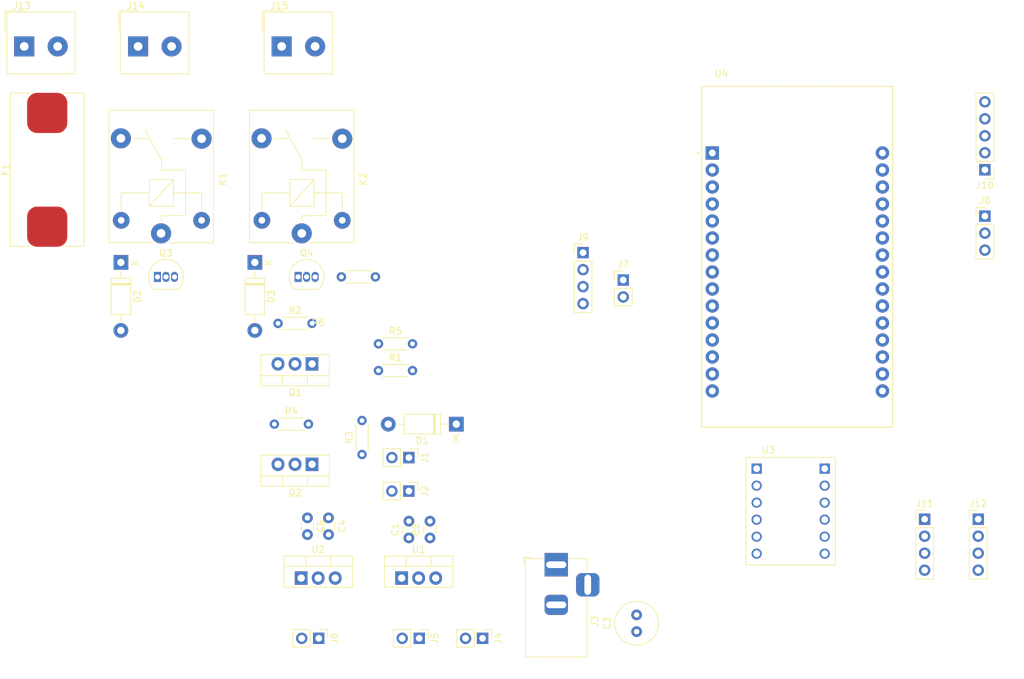
<source format=kicad_pcb>
(kicad_pcb (version 20240108) (generator "pcbnew") (generator_version "8.0")
  (layers (0 "F.Cu" signal) (31 "B.Cu" signal) (34 "B.Paste" user) (35 "F.Paste" user) (36 "B.SilkS" user "B.Silkscreen") (37 "F.SilkS" user "F.Silkscreen") (38 "B.Mask" user) (39 "F.Mask" user) (44 "Edge.Cuts" user))
  (net 0 "")
  (net 1 "+12V")
  (net 2 "Net-(C1-Pad2)")
  (net 3 "+5V")
  (net 4 "GND")
  (net 5 "Net-(C4-Pad2)")
  (net 6 "+3.3V")
  (net 7 "FAN-")
  (net 8 "/MOT_COLLECTOR")
  (net 9 "/HEATER_COLLECTOR")
  (net 10 "/FUSE-CON")
  (net 11 "AC_L")
  (net 12 "HUM-")
  (net 13 "HEATER_PIN")
  (net 14 "DHT22")
  (net 15 "LIM1")
  (net 16 "LIM2")
  (net 17 "ROT_SW")
  (net 18 "ROT_DATA")
  (net 19 "ROT_CLK")
  (net 20 "SCL")
  (net 21 "SDA")
  (net 22 "M2")
  (net 23 "HEATER-")
  (net 26 "Net-(Q1-G)")
  (net 27 "Net-(Q2-G)")
  (net 28 "Net-(Q3-B)")
  (net 29 "Net-(Q4-B)")
  (net 30 "FAN_PIN")
  (net 31 "HUMIDIFIER_PIN")
  (net 32 "MOTOR_PIN")
  (net 36 "SCL_MCU")
  (net 38 "SDA_MCU")
  (footprint "TerminalBlock_Altech:Altech_AK100_1x02_P5.00mm" (layer "F.Cu") (at 43.5675 21.5675)
    (property "Reference" "J14" (at -0.35 -6.09 0) (layer "F.SilkS"))
    (property "Value" "MOTOR")
    (fp_line (start -2.85 -5.35) (end 0.15 -5.35) (stroke (width 0.12)) (layer "F.SilkS"))
    (fp_line (start -2.85 -2.35) (end -2.85 -5.35) (stroke (width 0.12)) (layer "F.SilkS"))
    (fp_line (start -2.61 -5.11) (end -2.61 4.11) (stroke (width 0.12)) (layer "F.SilkS"))
    (fp_line (start -2.61 -5.11) (end 7.61 -5.11) (stroke (width 0.12)) (layer "F.SilkS"))
    (fp_line (start -2.61 4.11) (end 7.61 4.11) (stroke (width 0.12)) (layer "F.SilkS"))
    (fp_line (start 7.61 -5.11) (end 7.61 4.11) (stroke (width 0.12)) (layer "F.SilkS"))
    (pad "1" thru_hole rect (at 0 0) (size 3 3) (drill 1.3) (layers "*.Cu" "*.Mask") (net 11 "AC_L"))
    (pad "2" thru_hole circle (at 5 0) (size 3 3) (drill 1.3) (layers "*.Cu" "*.Mask") (net 22 "M2"))
  )
  (footprint "Package_TO_SOT_THT:TO-220-3_Vertical" (layer "F.Cu") (at 67.92 101)
    (property "Reference" "U2" (at 2.54 -4.27 0) (layer "F.SilkS"))
    (property "Value" "LM1117DT-3.3")
    (fp_line (start -2.58 -3.27) (end -2.58 1.371) (stroke (width 0.12)) (layer "F.SilkS"))
    (fp_line (start -2.58 -3.27) (end 7.66 -3.27) (stroke (width 0.12)) (layer "F.SilkS"))
    (fp_line (start -2.58 -1.76) (end 7.66 -1.76) (stroke (width 0.12)) (layer "F.SilkS"))
    (fp_line (start -2.58 1.371) (end 7.66 1.371) (stroke (width 0.12)) (layer "F.SilkS"))
    (fp_line (start 0.69 -3.27) (end 0.69 -1.76) (stroke (width 0.12)) (layer "F.SilkS"))
    (fp_line (start 4.391 -3.27) (end 4.391 -1.76) (stroke (width 0.12)) (layer "F.SilkS"))
    (fp_line (start 7.66 -3.27) (end 7.66 1.371) (stroke (width 0.12)) (layer "F.SilkS"))
    (pad "1" thru_hole rect (at 0 0) (size 1.905 2) (drill 1.1) (layers "*.Cu" "*.Mask") (net 4 "GND"))
    (pad "2" thru_hole oval (at 2.54 0) (size 1.905 2) (drill 1.1) (layers "*.Cu" "*.Mask") (net 6 "+3.3V"))
    (pad "3" thru_hole oval (at 5.08 0) (size 1.905 2) (drill 1.1) (layers "*.Cu" "*.Mask") (net 1 "+12V"))
  )
  (footprint "Capacitor_THT:C_Disc_D3.0mm_W1.6mm_P2.50mm" (layer "F.Cu") (at 84 95 90)
    (property "Reference" "C1" (at 1.25 -2.05 90) (layer "F.SilkS"))
    (property "Value" "10uF")
    (fp_line (start 0.621 -0.92) (end 1.879 -0.92) (stroke (width 0.12)) (layer "F.SilkS"))
    (fp_line (start 0.621 0.92) (end 1.879 0.92) (stroke (width 0.12)) (layer "F.SilkS"))
    (pad "1" thru_hole circle (at 0 0 90) (size 1.6 1.6) (drill 0.8) (layers "*.Cu" "*.Mask") (net 1 "+12V"))
    (pad "2" thru_hole circle (at 2.5 0 90) (size 1.6 1.6) (drill 0.8) (layers "*.Cu" "*.Mask") (net 2 "Net-(C1-Pad2)"))
  )
  (footprint "Relay_THT:Relay_SPDT_SANYOU_SRD_Series_Form_C" (layer "F.Cu") (at 68 49.5 90)
    (property "Reference" "K2" (at 8.1 9.2 90) (layer "F.SilkS"))
    (property "Value" "HEATER_RELAY")
    (fp_line (start 18.4 -7.8) (end 18.4 7.8) (stroke (width 0.12)) (layer "F.SilkS"))
    (fp_line (start -1.4 -7.8) (end 18.4 -7.8) (stroke (width 0.12)) (layer "F.SilkS"))
    (fp_line (start -1.4 -7.8) (end -1.4 -1.2) (stroke (width 0.12)) (layer "F.SilkS"))
    (fp_line (start 6.05 -5.95) (end 3.55 -5.95) (stroke (width 0.12)) (layer "F.SilkS"))
    (fp_line (start 6.05 -5.95) (end 6.05 -1.75) (stroke (width 0.12)) (layer "F.SilkS"))
    (fp_line (start 14.15 -4.2) (end 14.15 -1.7) (stroke (width 0.12)) (layer "F.SilkS"))
    (fp_line (start 8.05 -1.75) (end 8.05 1.85) (stroke (width 0.12)) (layer "F.SilkS"))
    (fp_line (start 4.05 -1.75) (end 8.05 -1.75) (stroke (width 0.12)) (layer "F.SilkS"))
    (fp_line (start 10.95 0.05) (end 15.55 -2.45) (stroke (width 0.12)) (layer "F.SilkS"))
    (fp_line (start 9.45 0.05) (end 10.95 0.05) (stroke (width 0.12)) (layer "F.SilkS"))
    (fp_line (start 9.45 0.05) (end 9.45 3.65) (stroke (width 0.12)) (layer "F.SilkS"))
    (fp_line (start 2.65 0.05) (end 1.85 0.05) (stroke (width 0.12)) (layer "F.SilkS"))
    (fp_line (start 2.65 0.05) (end 2.65 3.65) (stroke (width 0.12)) (layer "F.SilkS"))
    (fp_line (start -1.4 1.2) (end -1.4 7.8) (stroke (width 0.12)) (layer "F.SilkS"))
    (fp_line (start 8.05 1.85) (end 4.05 -1.75) (stroke (width 0.12)) (layer "F.SilkS"))
    (fp_line (start 8.05 1.85) (end 4.05 1.85) (stroke (width 0.12)) (layer "F.SilkS"))
    (fp_line (start 6.05 1.85) (end 6.05 6.05) (stroke (width 0.12)) (layer "F.SilkS"))
    (fp_line (start 4.05 1.85) (end 4.05 -1.75) (stroke (width 0.12)) (layer "F.SilkS"))
    (fp_line (start 9.45 3.65) (end 2.65 3.65) (stroke (width 0.12)) (layer "F.SilkS"))
    (fp_line (start 14.15 4.2) (end 14.15 1.75) (stroke (width 0.12)) (layer "F.SilkS"))
    (fp_line (start 3.55 6.05) (end 6.05 6.05) (stroke (width 0.12)) (layer "F.SilkS"))
    (fp_line (start 18.4 7.8) (end -1.4 7.8) (stroke (width 0.12)) (layer "F.SilkS"))
    (pad "1" thru_hole circle (at 0 0 180) (size 3 3) (drill 1.3) (layers "*.Cu" "*.Mask") (net 23 "HEATER-"))
    (pad "2" thru_hole circle (at 1.95 6.05 180) (size 2.5 2.5) (drill 1) (layers "*.Cu" "*.Mask") (net 9 "/HEATER_COLLECTOR"))
    (pad "3" thru_hole circle (at 14.15 6.05 180) (size 3 3) (drill 1.3) (layers "*.Cu" "*.Mask") (net 11 "AC_L"))
    (pad "4" thru_hole circle (at 14.2 -6 180) (size 3 3) (drill 1.3) (layers "*.Cu" "*.Mask"))
    (pad "5" thru_hole circle (at 1.95 -5.95 180) (size 2.5 2.5) (drill 1) (layers "*.Cu" "*.Mask") (net 3 "+5V"))
  )
  (footprint "Resistor_THT:R_Axial_DIN0204_L3.6mm_D1.6mm_P5.08mm_Horizontal" (layer "F.Cu") (at 73.92 56)
    (property "Reference" "R6" (at -3.455 6.805 0) (layer "F.SilkS"))
    (property "Value" "330")
    (fp_line (start 0.62 -0.92) (end 4.46 -0.92) (stroke (width 0.12)) (layer "F.SilkS"))
    (fp_line (start 0.62 0.92) (end 4.46 0.92) (stroke (width 0.12)) (layer "F.SilkS"))
    (pad "1" thru_hole circle (at 0 0) (size 1.4 1.4) (drill 0.7) (layers "*.Cu" "*.Mask") (net 29 "Net-(Q4-B)"))
    (pad "2" thru_hole oval (at 5.08 0) (size 1.4 1.4) (drill 0.7) (layers "*.Cu" "*.Mask") (net 13 "HEATER_PIN"))
  )
  (footprint "Package_TO_SOT_THT:TO-220-3_Vertical" (layer "F.Cu") (at 69.54 69 180)
    (property "Reference" "Q1" (at 2.54 -4.27 360) (layer "F.SilkS"))
    (property "Value" "IRF540N")
    (fp_line (start 7.66 -3.27) (end 7.66 1.371) (stroke (width 0.12)) (layer "F.SilkS"))
    (fp_line (start 4.391 -3.27) (end 4.391 -1.76) (stroke (width 0.12)) (layer "F.SilkS"))
    (fp_line (start 0.69 -3.27) (end 0.69 -1.76) (stroke (width 0.12)) (layer "F.SilkS"))
    (fp_line (start -2.58 1.371) (end 7.66 1.371) (stroke (width 0.12)) (layer "F.SilkS"))
    (fp_line (start -2.58 -1.76) (end 7.66 -1.76) (stroke (width 0.12)) (layer "F.SilkS"))
    (fp_line (start -2.58 -3.27) (end 7.66 -3.27) (stroke (width 0.12)) (layer "F.SilkS"))
    (fp_line (start -2.58 -3.27) (end -2.58 1.371) (stroke (width 0.12)) (layer "F.SilkS"))
    (pad "1" thru_hole rect (at 0 0 180) (size 1.905 2) (drill 1.1) (layers "*.Cu" "*.Mask") (net 26 "Net-(Q1-G)"))
    (pad "2" thru_hole oval (at 2.54 0 180) (size 1.905 2) (drill 1.1) (layers "*.Cu" "*.Mask") (net 7 "FAN-"))
    (pad "3" thru_hole oval (at 5.08 0 180) (size 1.905 2) (drill 1.1) (layers "*.Cu" "*.Mask") (net 4 "GND"))
  )
  (footprint "Diode_THT:D_DO-41_SOD81_P10.16mm_Horizontal" (layer "F.Cu") (at 91.08 78 180)
    (property "Reference" "D1" (at 5.08 -2.47 360) (layer "F.SilkS"))
    (property "Value" "1N4007")
    (fp_line (start 8.82 0) (end 7.8 0) (stroke (width 0.12)) (layer "F.SilkS"))
    (fp_line (start 7.8 1.47) (end 7.8 -1.47) (stroke (width 0.12)) (layer "F.SilkS"))
    (fp_line (start 7.8 -1.47) (end 2.36 -1.47) (stroke (width 0.12)) (layer "F.SilkS"))
    (fp_line (start 3.38 -1.47) (end 3.38 1.47) (stroke (width 0.12)) (layer "F.SilkS"))
    (fp_line (start 3.26 -1.47) (end 3.26 1.47) (stroke (width 0.12)) (layer "F.SilkS"))
    (fp_line (start 3.14 -1.47) (end 3.14 1.47) (stroke (width 0.12)) (layer "F.SilkS"))
    (fp_line (start 2.36 1.47) (end 7.8 1.47) (stroke (width 0.12)) (layer "F.SilkS"))
    (fp_line (start 2.36 -1.47) (end 2.36 1.47) (stroke (width 0.12)) (layer "F.SilkS"))
    (fp_line (start 1.34 0) (end 2.36 0) (stroke (width 0.12)) (layer "F.SilkS"))
    (fp_text user "K" (at 0 -2.1 360) (layer "F.SilkS"))
    (pad "1" thru_hole rect (at 0 0 180) (size 2.2 2.2) (drill 1.1) (layers "*.Cu" "*.Mask") (net 1 "+12V"))
    (pad "2" thru_hole oval (at 10.16 0 180) (size 2.2 2.2) (drill 1.1) (layers "*.Cu" "*.Mask") (net 7 "FAN-"))
  )
  (footprint "TerminalBlock_Altech:Altech_AK100_1x02_P5.00mm" (layer "F.Cu") (at 65 21.5675)
    (property "Reference" "J15" (at -0.35 -6.09 0) (layer "F.SilkS"))
    (property "Value" "HEATER")
    (fp_line (start -2.85 -5.35) (end 0.15 -5.35) (stroke (width 0.12)) (layer "F.SilkS"))
    (fp_line (start -2.85 -2.35) (end -2.85 -5.35) (stroke (width 0.12)) (layer "F.SilkS"))
    (fp_line (start -2.61 -5.11) (end -2.61 4.11) (stroke (width 0.12)) (layer "F.SilkS"))
    (fp_line (start -2.61 -5.11) (end 7.61 -5.11) (stroke (width 0.12)) (layer "F.SilkS"))
    (fp_line (start -2.61 4.11) (end 7.61 4.11) (stroke (width 0.12)) (layer "F.SilkS"))
    (fp_line (start 7.61 -5.11) (end 7.61 4.11) (stroke (width 0.12)) (layer "F.SilkS"))
    (pad "1" thru_hole rect (at 0 0) (size 3 3) (drill 1.3) (layers "*.Cu" "*.Mask") (net 11 "AC_L"))
    (pad "2" thru_hole circle (at 5 0) (size 3 3) (drill 1.3) (layers "*.Cu" "*.Mask") (net 23 "HEATER-"))
  )
  (footprint "Diode_THT:D_DO-41_SOD81_P10.16mm_Horizontal" (layer "F.Cu") (at 61 53.84 -90)
    (property "Reference" "D3" (at 5.08 -2.47 90) (layer "F.SilkS"))
    (property "Value" "1N4007")
    (fp_line (start 2.36 1.47) (end 7.8 1.47) (stroke (width 0.12)) (layer "F.SilkS"))
    (fp_line (start 7.8 1.47) (end 7.8 -1.47) (stroke (width 0.12)) (layer "F.SilkS"))
    (fp_line (start 1.34 0) (end 2.36 0) (stroke (width 0.12)) (layer "F.SilkS"))
    (fp_line (start 8.82 0) (end 7.8 0) (stroke (width 0.12)) (layer "F.SilkS"))
    (fp_line (start 2.36 -1.47) (end 2.36 1.47) (stroke (width 0.12)) (layer "F.SilkS"))
    (fp_line (start 3.14 -1.47) (end 3.14 1.47) (stroke (width 0.12)) (layer "F.SilkS"))
    (fp_line (start 3.26 -1.47) (end 3.26 1.47) (stroke (width 0.12)) (layer "F.SilkS"))
    (fp_line (start 3.38 -1.47) (end 3.38 1.47) (stroke (width 0.12)) (layer "F.SilkS"))
    (fp_line (start 7.8 -1.47) (end 2.36 -1.47) (stroke (width 0.12)) (layer "F.SilkS"))
    (fp_text user "K" (at 0 -2.1 90) (layer "F.SilkS"))
    (pad "1" thru_hole rect (at 0 0 270) (size 2.2 2.2) (drill 1.1) (layers "*.Cu" "*.Mask") (net 3 "+5V"))
    (pad "2" thru_hole oval (at 10.16 0 270) (size 2.2 2.2) (drill 1.1) (layers "*.Cu" "*.Mask") (net 9 "/HEATER_COLLECTOR"))
  )
  (footprint "Package_TO_SOT_THT:TO-220-3_Vertical" (layer "F.Cu") (at 69.54 84 180)
    (property "Reference" "Q2" (at 2.54 -4.27 360) (layer "F.SilkS"))
    (property "Value" "IRF540N")
    (fp_line (start 7.66 -3.27) (end 7.66 1.371) (stroke (width 0.12)) (layer "F.SilkS"))
    (fp_line (start 4.391 -3.27) (end 4.391 -1.76) (stroke (width 0.12)) (layer "F.SilkS"))
    (fp_line (start 0.69 -3.27) (end 0.69 -1.76) (stroke (width 0.12)) (layer "F.SilkS"))
    (fp_line (start -2.58 1.371) (end 7.66 1.371) (stroke (width 0.12)) (layer "F.SilkS"))
    (fp_line (start -2.58 -1.76) (end 7.66 -1.76) (stroke (width 0.12)) (layer "F.SilkS"))
    (fp_line (start -2.58 -3.27) (end 7.66 -3.27) (stroke (width 0.12)) (layer "F.SilkS"))
    (fp_line (start -2.58 -3.27) (end -2.58 1.371) (stroke (width 0.12)) (layer "F.SilkS"))
    (pad "1" thru_hole rect (at 0 0 180) (size 1.905 2) (drill 1.1) (layers "*.Cu" "*.Mask") (net 27 "Net-(Q2-G)"))
    (pad "2" thru_hole oval (at 2.54 0 180) (size 1.905 2) (drill 1.1) (layers "*.Cu" "*.Mask") (net 12 "HUM-"))
    (pad "3" thru_hole oval (at 5.08 0 180) (size 1.905 2) (drill 1.1) (layers "*.Cu" "*.Mask") (net 4 "GND"))
  )
  (footprint "Connector_PinHeader_2.54mm:PinHeader_1x04_P2.54mm_Vertical" (layer "F.Cu") (at 110 52.38)
    (property "Reference" "J9" (at 0 -2.33 0) (layer "F.SilkS"))
    (property "Value" "LIMIT SWITCHES  ")
    (fp_line (start -1.33 -1.33) (end 0 -1.33) (stroke (width 0.12)) (layer "F.SilkS"))
    (fp_line (start -1.33 0) (end -1.33 -1.33) (stroke (width 0.12)) (layer "F.SilkS"))
    (fp_line (start -1.33 1.27) (end -1.33 8.95) (stroke (width 0.12)) (layer "F.SilkS"))
    (fp_line (start -1.33 1.27) (end 1.33 1.27) (stroke (width 0.12)) (layer "F.SilkS"))
    (fp_line (start -1.33 8.95) (end 1.33 8.95) (stroke (width 0.12)) (layer "F.SilkS"))
    (fp_line (start 1.33 1.27) (end 1.33 8.95) (stroke (width 0.12)) (layer "F.SilkS"))
    (pad "1" thru_hole rect (at 0 0) (size 1.7 1.7) (drill 1) (layers "*.Cu" "*.Mask") (net 15 "LIM1"))
    (pad "2" thru_hole oval (at 0 2.54) (size 1.7 1.7) (drill 1) (layers "*.Cu" "*.Mask") (net 16 "LIM2"))
    (pad "3" thru_hole oval (at 0 5.08) (size 1.7 1.7) (drill 1) (layers "*.Cu" "*.Mask") (net 4 "GND"))
    (pad "4" thru_hole oval (at 0 7.62) (size 1.7 1.7) (drill 1) (layers "*.Cu" "*.Mask") (net 4 "GND"))
  )
  (footprint "Capacitor_THT:C_Radial_D6.3mm_H5.0mm_P2.50mm" (layer "F.Cu") (at 118 109 90)
    (property "Reference" "C3" (at 1.25 -4.4 90) (layer "F.SilkS"))
    (property "Value" "100uF")
    (fp_circle (center 1.25 0) (end 4.52 0) (stroke (width 0.12)) (fill none) (layer "F.SilkS"))
    (pad "1" thru_hole circle (at 0 0 90) (size 1.6 1.6) (drill 0.8) (layers "*.Cu" "*.Mask") (net 1 "+12V"))
    (pad "2" thru_hole circle (at 2.5 0 90) (size 1.6 1.6) (drill 0.8) (layers "*.Cu" "*.Mask") (net 4 "GND"))
  )
  (footprint "Capacitor_THT:C_Disc_D3.0mm_W1.6mm_P2.50mm" (layer "F.Cu") (at 72 92 -90)
    (property "Reference" "C4" (at 1.25 -2.05 90) (layer "F.SilkS"))
    (property "Value" "10uF")
    (fp_line (start 0.621 0.92) (end 1.879 0.92) (stroke (width 0.12)) (layer "F.SilkS"))
    (fp_line (start 0.621 -0.92) (end 1.879 -0.92) (stroke (width 0.12)) (layer "F.SilkS"))
    (pad "1" thru_hole circle (at 0 0 270) (size 1.6 1.6) (drill 0.8) (layers "*.Cu" "*.Mask") (net 1 "+12V"))
    (pad "2" thru_hole circle (at 2.5 0 270) (size 1.6 1.6) (drill 0.8) (layers "*.Cu" "*.Mask") (net 5 "Net-(C4-Pad2)"))
  )
  (footprint "Connector_PinHeader_2.54mm:PinHeader_1x02_P2.54mm_Vertical" (layer "F.Cu") (at 84 88 -90)
    (property "Reference" "J2" (at 0 -2.33 90) (layer "F.SilkS"))
    (property "Value" "Humidifier")
    (fp_line (start -1.33 3.87) (end 1.33 3.87) (stroke (width 0.12)) (layer "F.SilkS"))
    (fp_line (start -1.33 1.27) (end -1.33 3.87) (stroke (width 0.12)) (layer "F.SilkS"))
    (fp_line (start -1.33 1.27) (end 1.33 1.27) (stroke (width 0.12)) (layer "F.SilkS"))
    (fp_line (start 1.33 1.27) (end 1.33 3.87) (stroke (width 0.12)) (layer "F.SilkS"))
    (fp_line (start -1.33 0) (end -1.33 -1.33) (stroke (width 0.12)) (layer "F.SilkS"))
    (fp_line (start -1.33 -1.33) (end 0 -1.33) (stroke (width 0.12)) (layer "F.SilkS"))
    (pad "1" thru_hole rect (at 0 0 270) (size 1.7 1.7) (drill 1) (layers "*.Cu" "*.Mask") (net 1 "+12V"))
    (pad "2" thru_hole oval (at 0 2.54 270) (size 1.7 1.7) (drill 1) (layers "*.Cu" "*.Mask") (net 12 "HUM-"))
  )
  (footprint "Connector_PinHeader_2.54mm:PinHeader_1x02_P2.54mm_Vertical" (layer "F.Cu") (at 116 56.46)
    (property "Reference" "J7" (at 0 -2.33 0) (layer "F.SilkS"))
    (property "Value" "ALT_HEATER")
    (fp_line (start -1.33 -1.33) (end 0 -1.33) (stroke (width 0.12)) (layer "F.SilkS"))
    (fp_line (start -1.33 0) (end -1.33 -1.33) (stroke (width 0.12)) (layer "F.SilkS"))
    (fp_line (start -1.33 1.27) (end -1.33 3.87) (stroke (width 0.12)) (layer "F.SilkS"))
    (fp_line (start -1.33 1.27) (end 1.33 1.27) (stroke (width 0.12)) (layer "F.SilkS"))
    (fp_line (start -1.33 3.87) (end 1.33 3.87) (stroke (width 0.12)) (layer "F.SilkS"))
    (fp_line (start 1.33 1.27) (end 1.33 3.87) (stroke (width 0.12)) (layer "F.SilkS"))
    (pad "1" thru_hole rect (at 0 0) (size 1.7 1.7) (drill 1) (layers "*.Cu" "*.Mask") (net 13 "HEATER_PIN"))
    (pad "2" thru_hole oval (at 0 2.54) (size 1.7 1.7) (drill 1) (layers "*.Cu" "*.Mask") (net 4 "GND"))
  )
  (footprint "Package_TO_SOT_THT:TO-92_Inline" (layer "F.Cu") (at 67.46 56)
    (property "Reference" "Q4" (at 1.27 -3.56 0) (layer "F.SilkS"))
    (property "Value" "BC547")
    (fp_line (start -0.53 1.85) (end 3.07 1.85) (stroke (width 0.12)) (layer "F.SilkS"))
    (fp_arc (start -0.568478 1.838478) (mid -1.132087 -0.994977) (end 1.27 -2.6) (stroke (width 0.12)) (layer "F.SilkS"))
    (fp_arc (start 1.27 -2.6) (mid 3.672087 -0.994977) (end 3.108478 1.838478) (stroke (width 0.12)) (layer "F.SilkS"))
    (pad "1" thru_hole rect (at 0 0) (size 1.05 1.5) (drill 0.75) (layers "*.Cu" "*.Mask") (net 9 "/HEATER_COLLECTOR"))
    (pad "2" thru_hole oval (at 1.27 0) (size 1.05 1.5) (drill 0.75) (layers "*.Cu" "*.Mask") (net 29 "Net-(Q4-B)"))
    (pad "3" thru_hole oval (at 2.54 0) (size 1.05 1.5) (drill 0.75) (layers "*.Cu" "*.Mask") (net 4 "GND"))
  )
  (footprint "Connector_PinHeader_2.54mm:PinHeader_1x02_P2.54mm_Vertical" (layer "F.Cu") (at 95 110 -90)
    (property "Reference" "J4" (at 0 -2.33 90) (layer "F.SilkS"))
    (property "Value" "12V CON")
    (fp_line (start -1.33 3.87) (end 1.33 3.87) (stroke (width 0.12)) (layer "F.SilkS"))
    (fp_line (start -1.33 1.27) (end -1.33 3.87) (stroke (width 0.12)) (layer "F.SilkS"))
    (fp_line (start -1.33 1.27) (end 1.33 1.27) (stroke (width 0.12)) (layer "F.SilkS"))
    (fp_line (start 1.33 1.27) (end 1.33 3.87) (stroke (width 0.12)) (layer "F.SilkS"))
    (fp_line (start -1.33 0) (end -1.33 -1.33) (stroke (width 0.12)) (layer "F.SilkS"))
    (fp_line (start -1.33 -1.33) (end 0 -1.33) (stroke (width 0.12)) (layer "F.SilkS"))
    (pad "1" thru_hole rect (at 0 0 270) (size 1.7 1.7) (drill 1) (layers "*.Cu" "*.Mask") (net 1 "+12V"))
    (pad "2" thru_hole oval (at 0 2.54 270) (size 1.7 1.7) (drill 1) (layers "*.Cu" "*.Mask") (net 4 "GND"))
  )
  (footprint "BOB-12009:CONV_BOB-12009" (layer "F.Cu") (at 141 91)
    (property "Reference" "U3" (at -3.325 -9.135 0) (layer "F.SilkS"))
    (property "Value" "BOB-12009")
    (fp_line (start -6.665 -8.025) (end 6.665 -8.025) (stroke (width 0.127)) (layer "F.SilkS"))
    (fp_line (start -6.665 8.025) (end -6.665 -8.025) (stroke (width 0.127)) (layer "F.SilkS"))
    (fp_line (start 6.665 -8.025) (end 6.665 8.025) (stroke (width 0.127)) (layer "F.SilkS"))
    (fp_line (start 6.665 8.025) (end -6.665 8.025) (stroke (width 0.127)) (layer "F.SilkS"))
    (pad "GND_1" thru_hole circle (at 5.08 1.27) (size 1.524 1.524) (drill 1.016) (layers "*.Cu" "*.Mask") (net 4 "GND"))
    (pad "GND_2" thru_hole circle (at -5.08 1.27) (size 1.524 1.524) (drill 1.016) (layers "*.Cu" "*.Mask") (net 4 "GND"))
    (pad "HV" thru_hole circle (at 5.08 -1.27) (size 1.524 1.524) (drill 1.016) (layers "*.Cu" "*.Mask") (net 3 "+5V"))
    (pad "HV1" thru_hole rect (at 5.08 -6.35) (size 1.524 1.524) (drill 1.016) (layers "*.Cu" "*.Mask") (net 20 "SCL"))
    (pad "HV2" thru_hole circle (at 5.08 -3.81) (size 1.524 1.524) (drill 1.016) (layers "*.Cu" "*.Mask") (net 21 "SDA"))
    (pad "HV3" thru_hole circle (at 5.08 3.81) (size 1.524 1.524) (drill 1.016) (layers "*.Cu" "*.Mask"))
    (pad "HV4" thru_hole circle (at 5.08 6.35) (size 1.524 1.524) (drill 1.016) (layers "*.Cu" "*.Mask"))
    (pad "LV" thru_hole circle (at -5.08 -1.27) (size 1.524 1.524) (drill 1.016) (layers "*.Cu" "*.Mask") (net 6 "+3.3V"))
    (pad "LV1" thru_hole rect (at -5.08 -6.35) (size 1.524 1.524) (drill 1.016) (layers "*.Cu" "*.Mask") (net 36 "SCL_MCU"))
    (pad "LV2" thru_hole circle (at -5.08 -3.81) (size 1.524 1.524) (drill 1.016) (layers "*.Cu" "*.Mask") (net 38 "SDA_MCU"))
    (pad "LV3" thru_hole circle (at -5.08 3.81) (size 1.524 1.524) (drill 1.016) (layers "*.Cu" "*.Mask"))
    (pad "LV4" thru_hole circle (at -5.08 6.35) (size 1.524 1.524) (drill 1.016) (layers "*.Cu" "*.Mask"))
  )
  (footprint "Connector_PinHeader_2.54mm:PinHeader_1x04_P2.54mm_Vertical" (layer "F.Cu") (at 161 92.2)
    (property "Reference" "J11" (at 0 -2.33 0) (layer "F.SilkS"))
    (property "Value" "I2C_LCD")
    (fp_line (start -1.33 -1.33) (end 0 -1.33) (stroke (width 0.12)) (layer "F.SilkS"))
    (fp_line (start -1.33 0) (end -1.33 -1.33) (stroke (width 0.12)) (layer "F.SilkS"))
    (fp_line (start -1.33 1.27) (end -1.33 8.95) (stroke (width 0.12)) (layer "F.SilkS"))
    (fp_line (start -1.33 1.27) (end 1.33 1.27) (stroke (width 0.12)) (layer "F.SilkS"))
    (fp_line (start -1.33 8.95) (end 1.33 8.95) (stroke (width 0.12)) (layer "F.SilkS"))
    (fp_line (start 1.33 1.27) (end 1.33 8.95) (stroke (width 0.12)) (layer "F.SilkS"))
    (pad "1" thru_hole rect (at 0 0) (size 1.7 1.7) (drill 1) (layers "*.Cu" "*.Mask") (net 20 "SCL"))
    (pad "2" thru_hole oval (at 0 2.54) (size 1.7 1.7) (drill 1) (layers "*.Cu" "*.Mask") (net 21 "SDA"))
    (pad "3" thru_hole oval (at 0 5.08) (size 1.7 1.7) (drill 1) (layers "*.Cu" "*.Mask") (net 3 "+5V"))
    (pad "4" thru_hole oval (at 0 7.62) (size 1.7 1.7) (drill 1) (layers "*.Cu" "*.Mask") (net 4 "GND"))
  )
  (footprint "Connector_BarrelJack:BarrelJack_Horizontal" (layer "F.Cu") (at 106 99 90)
    (property "Reference" "J3" (at -8.45 5.75 90) (layer "F.SilkS"))
    (property "Value" "Barrel_Jack_Switch_Pin3Ring")
    (fp_line (start 0.05 -4.8) (end 1.1 -4.8) (stroke (width 0.12)) (layer "F.SilkS"))
    (fp_line (start 0.9 -4.6) (end 0.9 -2) (stroke (width 0.12)) (layer "F.SilkS"))
    (fp_line (start -13.8 -4.6) (end 0.9 -4.6) (stroke (width 0.12)) (layer "F.SilkS"))
    (fp_line (start 1.1 -3.75) (end 1.1 -4.8) (stroke (width 0.12)) (layer "F.SilkS"))
    (fp_line (start 0.9 1.9) (end 0.9 4.6) (stroke (width 0.12)) (layer "F.SilkS"))
    (fp_line (start 0.9 4.6) (end -1 4.6) (stroke (width 0.12)) (layer "F.SilkS"))
    (fp_line (start -5 4.6) (end -13.8 4.6) (stroke (width 0.12)) (layer "F.SilkS"))
    (fp_line (start -13.8 4.6) (end -13.8 -4.6) (stroke (width 0.12)) (layer "F.SilkS"))
    (pad "1" thru_hole rect (at 0 0 90) (size 3.5 3.5) (drill oval 1 3) (layers "*.Cu" "*.Mask") (net 1 "+12V"))
    (pad "2" thru_hole roundrect (at -6 0 90) (size 3 3.5) (drill oval 1 3) (layers "*.Cu" "*.Mask") (net 4 "GND"))
    (pad "3" thru_hole roundrect (at -3 4.7 90) (size 3.5 3.5) (drill oval 3 1) (layers "*.Cu" "*.Mask") (net 4 "GND"))
  )
  (footprint "Capacitor_THT:C_Disc_D3.0mm_W1.6mm_P2.50mm" (layer "F.Cu") (at 87.15 95 90)
    (property "Reference" "C2" (at 1.25 -2.05 90) (layer "F.SilkS"))
    (property "Value" "100uF")
    (fp_line (start 0.621 -0.92) (end 1.879 -0.92) (stroke (width 0.12)) (layer "F.SilkS"))
    (fp_line (start 0.621 0.92) (end 1.879 0.92) (stroke (width 0.12)) (layer "F.SilkS"))
    (pad "1" thru_hole circle (at 0 0 90) (size 1.6 1.6) (drill 0.8) (layers "*.Cu" "*.Mask") (net 2 "Net-(C1-Pad2)"))
    (pad "2" thru_hole circle (at 2.5 0 90) (size 1.6 1.6) (drill 0.8) (layers "*.Cu" "*.Mask") (net 3 "+5V"))
  )
  (footprint "Diode_THT:D_DO-41_SOD81_P10.16mm_Horizontal" (layer "F.Cu") (at 41 53.84 -90)
    (property "Reference" "D2" (at 5.08 -2.47 90) (layer "F.SilkS"))
    (property "Value" "1N4007")
    (fp_line (start 2.36 1.47) (end 7.8 1.47) (stroke (width 0.12)) (layer "F.SilkS"))
    (fp_line (start 7.8 1.47) (end 7.8 -1.47) (stroke (width 0.12)) (layer "F.SilkS"))
    (fp_line (start 1.34 0) (end 2.36 0) (stroke (width 0.12)) (layer "F.SilkS"))
    (fp_line (start 8.82 0) (end 7.8 0) (stroke (width 0.12)) (layer "F.SilkS"))
    (fp_line (start 2.36 -1.47) (end 2.36 1.47) (stroke (width 0.12)) (layer "F.SilkS"))
    (fp_line (start 3.14 -1.47) (end 3.14 1.47) (stroke (width 0.12)) (layer "F.SilkS"))
    (fp_line (start 3.26 -1.47) (end 3.26 1.47) (stroke (width 0.12)) (layer "F.SilkS"))
    (fp_line (start 3.38 -1.47) (end 3.38 1.47) (stroke (width 0.12)) (layer "F.SilkS"))
    (fp_line (start 7.8 -1.47) (end 2.36 -1.47) (stroke (width 0.12)) (layer "F.SilkS"))
    (fp_text user "K" (at 0 -2.1 90) (layer "F.SilkS"))
    (pad "1" thru_hole rect (at 0 0 270) (size 2.2 2.2) (drill 1.1) (layers "*.Cu" "*.Mask") (net 3 "+5V"))
    (pad "2" thru_hole oval (at 10.16 0 270) (size 2.2 2.2) (drill 1.1) (layers "*.Cu" "*.Mask") (net 8 "/MOT_COLLECTOR"))
  )
  (footprint "Relay_THT:Relay_SPDT_SANYOU_SRD_Series_Form_C" (layer "F.Cu") (at 47 49.5 90)
    (property "Reference" "K1" (at 8.1 9.2 90) (layer "F.SilkS"))
    (property "Value" "MOTOR_RELAY")
    (fp_line (start 18.4 -7.8) (end 18.4 7.8) (stroke (width 0.12)) (layer "F.SilkS"))
    (fp_line (start -1.4 -7.8) (end 18.4 -7.8) (stroke (width 0.12)) (layer "F.SilkS"))
    (fp_line (start -1.4 -7.8) (end -1.4 -1.2) (stroke (width 0.12)) (layer "F.SilkS"))
    (fp_line (start 6.05 -5.95) (end 3.55 -5.95) (stroke (width 0.12)) (layer "F.SilkS"))
    (fp_line (start 6.05 -5.95) (end 6.05 -1.75) (stroke (width 0.12)) (layer "F.SilkS"))
    (fp_line (start 14.15 -4.2) (end 14.15 -1.7) (stroke (width 0.12)) (layer "F.SilkS"))
    (fp_line (start 8.05 -1.75) (end 8.05 1.85) (stroke (width 0.12)) (layer "F.SilkS"))
    (fp_line (start 4.05 -1.75) (end 8.05 -1.75) (stroke (width 0.12)) (layer "F.SilkS"))
    (fp_line (start 10.95 0.05) (end 15.55 -2.45) (stroke (width 0.12)) (layer "F.SilkS"))
    (fp_line (start 9.45 0.05) (end 10.95 0.05) (stroke (width 0.12)) (layer "F.SilkS"))
    (fp_line (start 9.45 0.05) (end 9.45 3.65) (stroke (width 0.12)) (layer "F.SilkS"))
    (fp_line (start 2.65 0.05) (end 1.85 0.05) (stroke (width 0.12)) (layer "F.SilkS"))
    (fp_line (start 2.65 0.05) (end 2.65 3.65) (stroke (width 0.12)) (layer "F.SilkS"))
    (fp_line (start -1.4 1.2) (end -1.4 7.8) (stroke (width 0.12)) (layer "F.SilkS"))
    (fp_line (start 8.05 1.85) (end 4.05 -1.75) (stroke (width 0.12)) (layer "F.SilkS"))
    (fp_line (start 8.05 1.85) (end 4.05 1.85) (stroke (width 0.12)) (layer "F.SilkS"))
    (fp_line (start 6.05 1.85) (end 6.05 6.05) (stroke (width 0.12)) (layer "F.SilkS"))
    (fp_line (start 4.05 1.85) (end 4.05 -1.75) (stroke (width 0.12)) (layer "F.SilkS"))
    (fp_line (start 9.45 3.65) (end 2.65 3.65) (stroke (width 0.12)) (layer "F.SilkS"))
    (fp_line (start 14.15 4.2) (end 14.15 1.75) (stroke (width 0.12)) (layer "F.SilkS"))
    (fp_line (start 3.55 6.05) (end 6.05 6.05) (stroke (width 0.12)) (layer "F.SilkS"))
    (fp_line (start 18.4 7.8) (end -1.4 7.8) (stroke (width 0.12)) (layer "F.SilkS"))
    (pad "1" thru_hole circle (at 0 0 180) (size 3 3) (drill 1.3) (layers "*.Cu" "*.Mask") (net 22 "M2"))
    (pad "2" thru_hole circle (at 1.95 6.05 180) (size 2.5 2.5) (drill 1) (layers "*.Cu" "*.Mask") (net 8 "/MOT_COLLECTOR"))
    (pad "3" thru_hole circle (at 14.15 6.05 180) (size 3 3) (drill 1.3) (layers "*.Cu" "*.Mask") (net 11 "AC_L"))
    (pad "4" thru_hole circle (at 14.2 -6 180) (size 3 3) (drill 1.3) (layers "*.Cu" "*.Mask"))
    (pad "5" thru_hole circle (at 1.95 -5.95 180) (size 2.5 2.5) (drill 1) (layers "*.Cu" "*.Mask") (net 3 "+5V"))
  )
  (footprint "Connector_PinHeader_2.54mm:PinHeader_1x02_P2.54mm_Vertical" (layer "F.Cu") (at 84 83 -90)
    (property "Reference" "J1" (at 0 -2.33 90) (layer "F.SilkS"))
    (property "Value" "Fan")
    (fp_line (start -1.33 3.87) (end 1.33 3.87) (stroke (width 0.12)) (layer "F.SilkS"))
    (fp_line (start -1.33 1.27) (end -1.33 3.87) (stroke (width 0.12)) (layer "F.SilkS"))
    (fp_line (start -1.33 1.27) (end 1.33 1.27) (stroke (width 0.12)) (layer "F.SilkS"))
    (fp_line (start 1.33 1.27) (end 1.33 3.87) (stroke (width 0.12)) (layer "F.SilkS"))
    (fp_line (start -1.33 0) (end -1.33 -1.33) (stroke (width 0.12)) (layer "F.SilkS"))
    (fp_line (start -1.33 -1.33) (end 0 -1.33) (stroke (width 0.12)) (layer "F.SilkS"))
    (pad "1" thru_hole rect (at 0 0 270) (size 1.7 1.7) (drill 1) (layers "*.Cu" "*.Mask") (net 1 "+12V"))
    (pad "2" thru_hole oval (at 0 2.54 270) (size 1.7 1.7) (drill 1) (layers "*.Cu" "*.Mask") (net 7 "FAN-"))
  )
  (footprint "Resistor_THT:R_Axial_DIN0204_L3.6mm_D1.6mm_P5.08mm_Horizontal" (layer "F.Cu") (at 77 82.54 90)
    (property "Reference" "R3" (at 2.54 -1.92 90) (layer "F.SilkS"))
    (property "Value" "330")
    (fp_line (start 0.62 -0.92) (end 4.46 -0.92) (stroke (width 0.12)) (layer "F.SilkS"))
    (fp_line (start 0.62 0.92) (end 4.46 0.92) (stroke (width 0.12)) (layer "F.SilkS"))
    (pad "1" thru_hole circle (at 0 0 90) (size 1.4 1.4) (drill 0.7) (layers "*.Cu" "*.Mask") (net 27 "Net-(Q2-G)"))
    (pad "2" thru_hole oval (at 5.08 0 90) (size 1.4 1.4) (drill 0.7) (layers "*.Cu" "*.Mask") (net 31 "HUMIDIFIER_PIN"))
  )
  (footprint "Resistor_THT:R_Axial_DIN0204_L3.6mm_D1.6mm_P5.08mm_Horizontal" (layer "F.Cu") (at 79.46 70)
    (property "Reference" "R1" (at 2.54 -1.92 0) (layer "F.SilkS"))
    (property "Value" "330")
    (fp_line (start 0.62 -0.92) (end 4.46 -0.92) (stroke (width 0.12)) (layer "F.SilkS"))
    (fp_line (start 0.62 0.92) (end 4.46 0.92) (stroke (width 0.12)) (layer "F.SilkS"))
    (pad "1" thru_hole circle (at 0 0) (size 1.4 1.4) (drill 0.7) (layers "*.Cu" "*.Mask") (net 26 "Net-(Q1-G)"))
    (pad "2" thru_hole oval (at 5.08 0) (size 1.4 1.4) (drill 0.7) (layers "*.Cu" "*.Mask") (net 30 "FAN_PIN"))
  )
  (footprint "Fuse:Fuseholder_Cylinder-5x20mm_Schurter_OGN-SMD_Horizontal_Open" (layer "F.Cu") (at 30 40 90)
    (property "Reference" "F1" (at 0 -6.2 90) (layer "F.SilkS"))
    (property "Value" "Fuse")
    (fp_line (start 11.45 -5.5) (end 11.45 -2.5) (stroke (width 0.12)) (layer "F.SilkS"))
    (fp_line (start -11.45 -5.5) (end 11.45 -5.5) (stroke (width 0.12)) (layer "F.SilkS"))
    (fp_line (start -11.45 -5.5) (end -11.45 -2.5) (stroke (width 0.12)) (layer "F.SilkS"))
    (fp_line (start 11.45 5.5) (end 11.45 2.5) (stroke (width 0.12)) (layer "F.SilkS"))
    (fp_line (start -11.45 5.5) (end -11.45 2.5) (stroke (width 0.12)) (layer "F.SilkS"))
    (fp_line (start -11.45 5.5) (end 11.45 5.5) (stroke (width 0.12)) (layer "F.SilkS"))
    (pad "1" smd roundrect (at -8.5 0 90) (size 6 6) (layers "F.Cu" "F.Paste" "F.Mask") (net 11 "AC_L"))
    (pad "2" smd roundrect (at 8.5 0 90) (size 6 6) (layers "F.Cu" "F.Paste" "F.Mask") (net 10 "/FUSE-CON"))
  )
  (footprint "Connector_PinHeader_2.54mm:PinHeader_1x05_P2.54mm_Vertical" (layer "F.Cu") (at 170 40 180)
    (property "Reference" "J10" (at 0 -2.33 360) (layer "F.SilkS"))
    (property "Value" "Rotary encoder")
    (fp_line (start 1.33 1.27) (end 1.33 11.49) (stroke (width 0.12)) (layer "F.SilkS"))
    (fp_line (start -1.33 11.49) (end 1.33 11.49) (stroke (width 0.12)) (layer "F.SilkS"))
    (fp_line (start -1.33 1.27) (end 1.33 1.27) (stroke (width 0.12)) (layer "F.SilkS"))
    (fp_line (start -1.33 1.27) (end -1.33 11.49) (stroke (width 0.12)) (layer "F.SilkS"))
    (fp_line (start -1.33 0) (end -1.33 -1.33) (stroke (width 0.12)) (layer "F.SilkS"))
    (fp_line (start -1.33 -1.33) (end 0 -1.33) (stroke (width 0.12)) (layer "F.SilkS"))
    (pad "1" thru_hole rect (at 0 0 180) (size 1.7 1.7) (drill 1) (layers "*.Cu" "*.Mask") (net 4 "GND"))
    (pad "2" thru_hole oval (at 0 2.54 180) (size 1.7 1.7) (drill 1) (layers "*.Cu" "*.Mask") (net 6 "+3.3V"))
    (pad "3" thru_hole oval (at 0 5.08 180) (size 1.7 1.7) (drill 1) (layers "*.Cu" "*.Mask") (net 19 "ROT_CLK"))
    (pad "4" thru_hole oval (at 0 7.62 180) (size 1.7 1.7) (drill 1) (layers "*.Cu" "*.Mask") (net 17 "ROT_SW"))
    (pad "5" thru_hole oval (at 0 10.16 180) (size 1.7 1.7) (drill 1) (layers "*.Cu" "*.Mask") (net 18 "ROT_DATA"))
  )
  (footprint "wroom_esp32_module:MODULE_ESP32_DEVKIT_V1" (layer "F.Cu") (at 142 53)
    (property "Reference" "U4" (at -11.355 -27.36 0) (layer "F.SilkS"))
    (property "Value" "DEVKIT_V1_ESP32-WROOM-32")
    (fp_line (start -14.28 -25.475) (end -3.211 -25.475) (stroke (width 0.127)) (layer "F.SilkS"))
    (fp_line (start -14.28 -25.475) (end 14.23 -25.475) (stroke (width 0.127)) (layer "F.SilkS"))
    (fp_line (start -14.28 25.475) (end -14.28 -25.475) (stroke (width 0.127)) (layer "F.SilkS"))
    (fp_line (start -14.28 25.475) (end -14.28 -25.475) (stroke (width 0.127)) (layer "F.SilkS"))
    (fp_line (start -14.28 25.475) (end -8.91 25.475) (stroke (width 0.127)) (layer "F.SilkS"))
    (fp_line (start -8.91 25.475) (end 8.78 25.475) (stroke (width 0.127)) (layer "F.SilkS"))
    (fp_line (start -3.211 -25.475) (end 3.5 -25.475) (stroke (width 0.127)) (layer "F.SilkS"))
    (fp_line (start 3.5 -25.475) (end 14.23 -25.475) (stroke (width 0.127)) (layer "F.SilkS"))
    (fp_line (start 8.78 25.475) (end 14.23 25.475) (stroke (width 0.127)) (layer "F.SilkS"))
    (fp_line (start 14.23 -25.475) (end 14.23 25.475) (stroke (width 0.127)) (layer "F.SilkS"))
    (fp_line (start 14.23 -25.475) (end 14.23 25.475) (stroke (width 0.127)) (layer "F.SilkS"))
    (fp_line (start 14.23 25.475) (end -14.28 25.475) (stroke (width 0.127)) (layer "F.SilkS"))
    (fp_circle (center -14.85 -15.515) (end -14.75 -15.515) (stroke (width 0.2)) (fill none) (layer "F.SilkS"))
    (pad "" np_thru_hole circle (at -12.28 -23.475) (size 3 3) (drill 3) (layers "*.Cu" "*.Mask"))
    (pad "" np_thru_hole circle (at -12.28 23.475) (size 3 3) (drill 3) (layers "*.Cu" "*.Mask"))
    (pad "" np_thru_hole circle (at 12.23 -23.475) (size 3 3) (drill 3) (layers "*.Cu" "*.Mask"))
    (pad "" np_thru_hole circle (at 12.23 23.475) (size 3 3) (drill 3) (layers "*.Cu" "*.Mask"))
    (pad "1" thru_hole rect (at -12.7 -15.515) (size 2 2) (drill 1.02) (layers "*.Cu" "*.Mask") (net 6 "+3.3V"))
    (pad "2" thru_hole circle (at -12.7 -12.975) (size 2 2) (drill 1.02) (layers "*.Cu" "*.Mask"))
    (pad "3" thru_hole circle (at -12.7 -10.435) (size 2 2) (drill 1.02) (layers "*.Cu" "*.Mask"))
    (pad "4" thru_hole circle (at -12.7 -7.895) (size 2 2) (drill 1.02) (layers "*.Cu" "*.Mask"))
    (pad "5" thru_hole circle (at -12.7 -5.355) (size 2 2) (drill 1.02) (layers "*.Cu" "*.Mask"))
    (pad "6" thru_hole circle (at -12.7 -2.815) (size 2 2) (drill 1.02) (layers "*.Cu" "*.Mask"))
    (pad "7" thru_hole circle (at -12.7 -0.275) (size 2 2) (drill 1.02) (layers "*.Cu" "*.Mask") (net 15 "LIM1"))
    (pad "8" thru_hole circle (at -12.7 2.265) (size 2 2) (drill 1.02) (layers "*.Cu" "*.Mask") (net 16 "LIM2"))
    (pad "9" thru_hole circle (at -12.7 4.805) (size 2 2) (drill 1.02) (layers "*.Cu" "*.Mask") (net 13 "HEATER_PIN"))
    (pad "10" thru_hole circle (at -12.7 7.345) (size 2 2) (drill 1.02) (layers "*.Cu" "*.Mask") (net 32 "MOTOR_PIN"))
    (pad "11" thru_hole circle (at -12.7 9.885) (size 2 2) (drill 1.02) (layers "*.Cu" "*.Mask") (net 31 "HUMIDIFIER_PIN"))
    (pad "12" thru_hole circle (at -12.7 12.425) (size 2 2) (drill 1.02) (layers "*.Cu" "*.Mask") (net 30 "FAN_PIN"))
    (pad "13" thru_hole circle (at -12.7 14.965) (size 2 2) (drill 1.02) (layers "*.Cu" "*.Mask"))
    (pad "14" thru_hole circle (at -12.7 17.505) (size 2 2) (drill 1.02) (layers "*.Cu" "*.Mask") (net 4 "GND"))
    (pad "15" thru_hole circle (at -12.7 20.045) (size 2 2) (drill 1.02) (layers "*.Cu" "*.Mask"))
    (pad "16" thru_hole circle (at 12.7 20.045) (size 2 2) (drill 1.02) (layers "*.Cu" "*.Mask"))
    (pad "17" thru_hole circle (at 12.7 17.505) (size 2 2) (drill 1.02) (layers "*.Cu" "*.Mask"))
    (pad "18" thru_hole circle (at 12.7 14.965) (size 2 2) (drill 1.02) (layers "*.Cu" "*.Mask"))
    (pad "19" thru_hole circle (at 12.7 12.425) (size 2 2) (drill 1.02) (layers "*.Cu" "*.Mask"))
    (pad "20" thru_hole circle (at 12.7 9.885) (size 2 2) (drill 1.02) (layers "*.Cu" "*.Mask"))
    (pad "21" thru_hole circle (at 12.7 7.345) (size 2 2) (drill 1.02) (layers "*.Cu" "*.Mask"))
    (pad "22" thru_hole circle (at 12.7 4.805) (size 2 2) (drill 1.02) (layers "*.Cu" "*.Mask"))
    (pad "23" thru_hole circle (at 12.7 2.265) (size 2 2) (drill 1.02) (layers "*.Cu" "*.Mask"))
    (pad "24" thru_hole circle (at 12.7 -0.275) (size 2 2) (drill 1.02) (layers "*.Cu" "*.Mask"))
    (pad "25" thru_hole circle (at 12.7 -2.815) (size 2 2) (drill 1.02) (layers "*.Cu" "*.Mask"))
    (pad "26" thru_hole circle (at 12.7 -5.355) (size 2 2) (drill 1.02) (layers "*.Cu" "*.Mask"))
    (pad "27" thru_hole circle (at 12.7 -7.895) (size 2 2) (drill 1.02) (layers "*.Cu" "*.Mask"))
    (pad "28" thru_hole circle (at 12.7 -10.435) (size 2 2) (drill 1.02) (layers "*.Cu" "*.Mask") (net 14 "DHT22"))
    (pad "29" thru_hole circle (at 12.7 -12.975) (size 2 2) (drill 1.02) (layers "*.Cu" "*.Mask") (net 19 "ROT_CLK"))
    (pad "30" thru_hole circle (at 12.7 -15.515) (size 2 2) (drill 1.02) (layers "*.Cu" "*.Mask") (net 17 "ROT_SW"))
  )
  (footprint "Package_TO_SOT_THT:TO-92_Inline" (layer "F.Cu") (at 46.46 56)
    (property "Reference" "Q3" (at 1.27 -3.56 0) (layer "F.SilkS"))
    (property "Value" "BC547")
    (fp_line (start -0.53 1.85) (end 3.07 1.85) (stroke (width 0.12)) (layer "F.SilkS"))
    (fp_arc (start -0.568478 1.838478) (mid -1.132087 -0.994977) (end 1.27 -2.6) (stroke (width 0.12)) (layer "F.SilkS"))
    (fp_arc (start 1.27 -2.6) (mid 3.672087 -0.994977) (end 3.108478 1.838478) (stroke (width 0.12)) (layer "F.SilkS"))
    (pad "1" thru_hole rect (at 0 0) (size 1.05 1.5) (drill 0.75) (layers "*.Cu" "*.Mask") (net 8 "/MOT_COLLECTOR"))
    (pad "2" thru_hole oval (at 1.27 0) (size 1.05 1.5) (drill 0.75) (layers "*.Cu" "*.Mask") (net 28 "Net-(Q3-B)"))
    (pad "3" thru_hole oval (at 2.54 0) (size 1.05 1.5) (drill 0.75) (layers "*.Cu" "*.Mask") (net 4 "GND"))
  )
  (footprint "Capacitor_THT:C_Disc_D3.0mm_W1.6mm_P2.50mm" (layer "F.Cu") (at 68.85 92 -90)
    (property "Reference" "C5" (at 1.25 -2.05 90) (layer "F.SilkS"))
    (property "Value" "22uF")
    (fp_line (start 0.621 0.92) (end 1.879 0.92) (stroke (width 0.12)) (layer "F.SilkS"))
    (fp_line (start 0.621 -0.92) (end 1.879 -0.92) (stroke (width 0.12)) (layer "F.SilkS"))
    (pad "1" thru_hole circle (at 0 0 270) (size 1.6 1.6) (drill 0.8) (layers "*.Cu" "*.Mask") (net 5 "Net-(C4-Pad2)"))
    (pad "2" thru_hole circle (at 2.5 0 270) (size 1.6 1.6) (drill 0.8) (layers "*.Cu" "*.Mask") (net 6 "+3.3V"))
  )
  (footprint "Connector_PinHeader_2.54mm:PinHeader_1x02_P2.54mm_Vertical" (layer "F.Cu") (at 85.54 110 -90)
    (property "Reference" "J5" (at 0 -2.33 90) (layer "F.SilkS"))
    (property "Value" "5V CON ")
    (fp_line (start -1.33 3.87) (end 1.33 3.87) (stroke (width 0.12)) (layer "F.SilkS"))
    (fp_line (start -1.33 1.27) (end -1.33 3.87) (stroke (width 0.12)) (layer "F.SilkS"))
    (fp_line (start -1.33 1.27) (end 1.33 1.27) (stroke (width 0.12)) (layer "F.SilkS"))
    (fp_line (start 1.33 1.27) (end 1.33 3.87) (stroke (width 0.12)) (layer "F.SilkS"))
    (fp_line (start -1.33 0) (end -1.33 -1.33) (stroke (width 0.12)) (layer "F.SilkS"))
    (fp_line (start -1.33 -1.33) (end 0 -1.33) (stroke (width 0.12)) (layer "F.SilkS"))
    (pad "1" thru_hole rect (at 0 0 270) (size 1.7 1.7) (drill 1) (layers "*.Cu" "*.Mask") (net 3 "+5V"))
    (pad "2" thru_hole oval (at 0 2.54 270) (size 1.7 1.7) (drill 1) (layers "*.Cu" "*.Mask") (net 4 "GND"))
  )
  (footprint "TerminalBlock_Altech:Altech_AK100_1x02_P5.00mm" (layer "F.Cu") (at 26.5675 21.5675)
    (property "Reference" "J13" (at -0.35 -6.09 0) (layer "F.SilkS"))
    (property "Value" "LIVE_CON")
    (fp_line (start -2.85 -5.35) (end 0.15 -5.35) (stroke (width 0.12)) (layer "F.SilkS"))
    (fp_line (start -2.85 -2.35) (end -2.85 -5.35) (stroke (width 0.12)) (layer "F.SilkS"))
    (fp_line (start -2.61 -5.11) (end -2.61 4.11) (stroke (width 0.12)) (layer "F.SilkS"))
    (fp_line (start -2.61 -5.11) (end 7.61 -5.11) (stroke (width 0.12)) (layer "F.SilkS"))
    (fp_line (start -2.61 4.11) (end 7.61 4.11) (stroke (width 0.12)) (layer "F.SilkS"))
    (fp_line (start 7.61 -5.11) (end 7.61 4.11) (stroke (width 0.12)) (layer "F.SilkS"))
    (pad "1" thru_hole rect (at 0 0) (size 3 3) (drill 1.3) (layers "*.Cu" "*.Mask") (net 10 "/FUSE-CON"))
    (pad "2" thru_hole circle (at 5 0) (size 3 3) (drill 1.3) (layers "*.Cu" "*.Mask") (net 11 "AC_L"))
  )
  (footprint "Package_TO_SOT_THT:TO-220-3_Vertical" (layer "F.Cu") (at 82.92 101)
    (property "Reference" "U1" (at 2.54 -4.27 0) (layer "F.SilkS"))
    (property "Value" "LM7805_TO220")
    (fp_line (start -2.58 -3.27) (end -2.58 1.371) (stroke (width 0.12)) (layer "F.SilkS"))
    (fp_line (start -2.58 -3.27) (end 7.66 -3.27) (stroke (width 0.12)) (layer "F.SilkS"))
    (fp_line (start -2.58 -1.76) (end 7.66 -1.76) (stroke (width 0.12)) (layer "F.SilkS"))
    (fp_line (start -2.58 1.371) (end 7.66 1.371) (stroke (width 0.12)) (layer "F.SilkS"))
    (fp_line (start 0.69 -3.27) (end 0.69 -1.76) (stroke (width 0.12)) (layer "F.SilkS"))
    (fp_line (start 4.391 -3.27) (end 4.391 -1.76) (stroke (width 0.12)) (layer "F.SilkS"))
    (fp_line (start 7.66 -3.27) (end 7.66 1.371) (stroke (width 0.12)) (layer "F.SilkS"))
    (pad "1" thru_hole rect (at 0 0) (size 1.905 2) (drill 1.1) (layers "*.Cu" "*.Mask") (net 1 "+12V"))
    (pad "2" thru_hole oval (at 2.54 0) (size 1.905 2) (drill 1.1) (layers "*.Cu" "*.Mask") (net 4 "GND"))
    (pad "3" thru_hole oval (at 5.08 0) (size 1.905 2) (drill 1.1) (layers "*.Cu" "*.Mask") (net 3 "+5V"))
  )
  (footprint "Connector_PinHeader_2.54mm:PinHeader_1x03_P2.54mm_Vertical" (layer "F.Cu") (at 170 46.92)
    (property "Reference" "J8" (at 0 -2.33 0) (layer "F.SilkS"))
    (property "Value" "DHT22")
    (fp_line (start -1.33 -1.33) (end 0 -1.33) (stroke (width 0.12)) (layer "F.SilkS"))
    (fp_line (start -1.33 0) (end -1.33 -1.33) (stroke (width 0.12)) (layer "F.SilkS"))
    (fp_line (start -1.33 1.27) (end -1.33 6.41) (stroke (width 0.12)) (layer "F.SilkS"))
    (fp_line (start -1.33 1.27) (end 1.33 1.27) (stroke (width 0.12)) (layer "F.SilkS"))
    (fp_line (start -1.33 6.41) (end 1.33 6.41) (stroke (width 0.12)) (layer "F.SilkS"))
    (fp_line (start 1.33 1.27) (end 1.33 6.41) (stroke (width 0.12)) (layer "F.SilkS"))
    (pad "1" thru_hole rect (at 0 0) (size 1.7 1.7) (drill 1) (layers "*.Cu" "*.Mask") (net 4 "GND"))
    (pad "2" thru_hole oval (at 0 2.54) (size 1.7 1.7) (drill 1) (layers "*.Cu" "*.Mask") (net 6 "+3.3V"))
    (pad "3" thru_hole oval (at 0 5.08) (size 1.7 1.7) (drill 1) (layers "*.Cu" "*.Mask") (net 14 "DHT22"))
  )
  (footprint "Resistor_THT:R_Axial_DIN0204_L3.6mm_D1.6mm_P5.08mm_Horizontal" (layer "F.Cu") (at 64.46 62.945)
    (property "Reference" "R2" (at 2.54 -1.92 0) (layer "F.SilkS"))
    (property "Value" "10k")
    (fp_line (start 0.62 -0.92) (end 4.46 -0.92) (stroke (width 0.12)) (layer "F.SilkS"))
    (fp_line (start 0.62 0.92) (end 4.46 0.92) (stroke (width 0.12)) (layer "F.SilkS"))
    (pad "1" thru_hole circle (at 0 0) (size 1.4 1.4) (drill 0.7) (layers "*.Cu" "*.Mask") (net 4 "GND"))
    (pad "2" thru_hole oval (at 5.08 0) (size 1.4 1.4) (drill 0.7) (layers "*.Cu" "*.Mask") (net 26 "Net-(Q1-G)"))
  )
  (footprint "Connector_PinHeader_2.54mm:PinHeader_1x04_P2.54mm_Vertical" (layer "F.Cu") (at 169 92.2)
    (property "Reference" "J12" (at 0 -2.33 0) (layer "F.SilkS"))
    (property "Value" "AH20 (I2C)")
    (fp_line (start -1.33 -1.33) (end 0 -1.33) (stroke (width 0.12)) (layer "F.SilkS"))
    (fp_line (start -1.33 0) (end -1.33 -1.33) (stroke (width 0.12)) (layer "F.SilkS"))
    (fp_line (start -1.33 1.27) (end -1.33 8.95) (stroke (width 0.12)) (layer "F.SilkS"))
    (fp_line (start -1.33 1.27) (end 1.33 1.27) (stroke (width 0.12)) (layer "F.SilkS"))
    (fp_line (start -1.33 8.95) (end 1.33 8.95) (stroke (width 0.12)) (layer "F.SilkS"))
    (fp_line (start 1.33 1.27) (end 1.33 8.95) (stroke (width 0.12)) (layer "F.SilkS"))
    (pad "1" thru_hole rect (at 0 0) (size 1.7 1.7) (drill 1) (layers "*.Cu" "*.Mask") (net 20 "SCL"))
    (pad "2" thru_hole oval (at 0 2.54) (size 1.7 1.7) (drill 1) (layers "*.Cu" "*.Mask") (net 21 "SDA"))
    (pad "3" thru_hole oval (at 0 5.08) (size 1.7 1.7) (drill 1) (layers "*.Cu" "*.Mask") (net 3 "+5V"))
    (pad "4" thru_hole oval (at 0 7.62) (size 1.7 1.7) (drill 1) (layers "*.Cu" "*.Mask") (net 4 "GND"))
  )
  (footprint "Resistor_THT:R_Axial_DIN0204_L3.6mm_D1.6mm_P5.08mm_Horizontal" (layer "F.Cu") (at 79.46 66)
    (property "Reference" "R5" (at 2.54 -1.92 0) (layer "F.SilkS"))
    (property "Value" "330")
    (fp_line (start 0.62 -0.92) (end 4.46 -0.92) (stroke (width 0.12)) (layer "F.SilkS"))
    (fp_line (start 0.62 0.92) (end 4.46 0.92) (stroke (width 0.12)) (layer "F.SilkS"))
    (pad "1" thru_hole circle (at 0 0) (size 1.4 1.4) (drill 0.7) (layers "*.Cu" "*.Mask") (net 32 "MOTOR_PIN"))
    (pad "2" thru_hole oval (at 5.08 0) (size 1.4 1.4) (drill 0.7) (layers "*.Cu" "*.Mask") (net 28 "Net-(Q3-B)"))
  )
  (footprint "Resistor_THT:R_Axial_DIN0204_L3.6mm_D1.6mm_P5.08mm_Horizontal" (layer "F.Cu") (at 63.92 78)
    (property "Reference" "R4" (at 2.54 -1.92 0) (layer "F.SilkS"))
    (property "Value" "10k")
    (fp_line (start 0.62 -0.92) (end 4.46 -0.92) (stroke (width 0.12)) (layer "F.SilkS"))
    (fp_line (start 0.62 0.92) (end 4.46 0.92) (stroke (width 0.12)) (layer "F.SilkS"))
    (pad "1" thru_hole circle (at 0 0) (size 1.4 1.4) (drill 0.7) (layers "*.Cu" "*.Mask") (net 4 "GND"))
    (pad "2" thru_hole oval (at 5.08 0) (size 1.4 1.4) (drill 0.7) (layers "*.Cu" "*.Mask") (net 27 "Net-(Q2-G)"))
  )
  (footprint "Connector_PinHeader_2.54mm:PinHeader_1x02_P2.54mm_Vertical" (layer "F.Cu") (at 70.54 110 -90)
    (property "Reference" "J6" (at 0 -2.33 90) (layer "F.SilkS"))
    (property "Value" "3.3V CON")
    (fp_line (start -1.33 3.87) (end 1.33 3.87) (stroke (width 0.12)) (layer "F.SilkS"))
    (fp_line (start -1.33 1.27) (end -1.33 3.87) (stroke (width 0.12)) (layer "F.SilkS"))
    (fp_line (start -1.33 1.27) (end 1.33 1.27) (stroke (width 0.12)) (layer "F.SilkS"))
    (fp_line (start 1.33 1.27) (end 1.33 3.87) (stroke (width 0.12)) (layer "F.SilkS"))
    (fp_line (start -1.33 0) (end -1.33 -1.33) (stroke (width 0.12)) (layer "F.SilkS"))
    (fp_line (start -1.33 -1.33) (end 0 -1.33) (stroke (width 0.12)) (layer "F.SilkS"))
    (pad "1" thru_hole rect (at 0 0 270) (size 1.7 1.7) (drill 1) (layers "*.Cu" "*.Mask") (net 6 "+3.3V"))
    (pad "2" thru_hole oval (at 0 2.54 270) (size 1.7 1.7) (drill 1) (layers "*.Cu" "*.Mask") (net 4 "GND"))
  )
)
</source>
